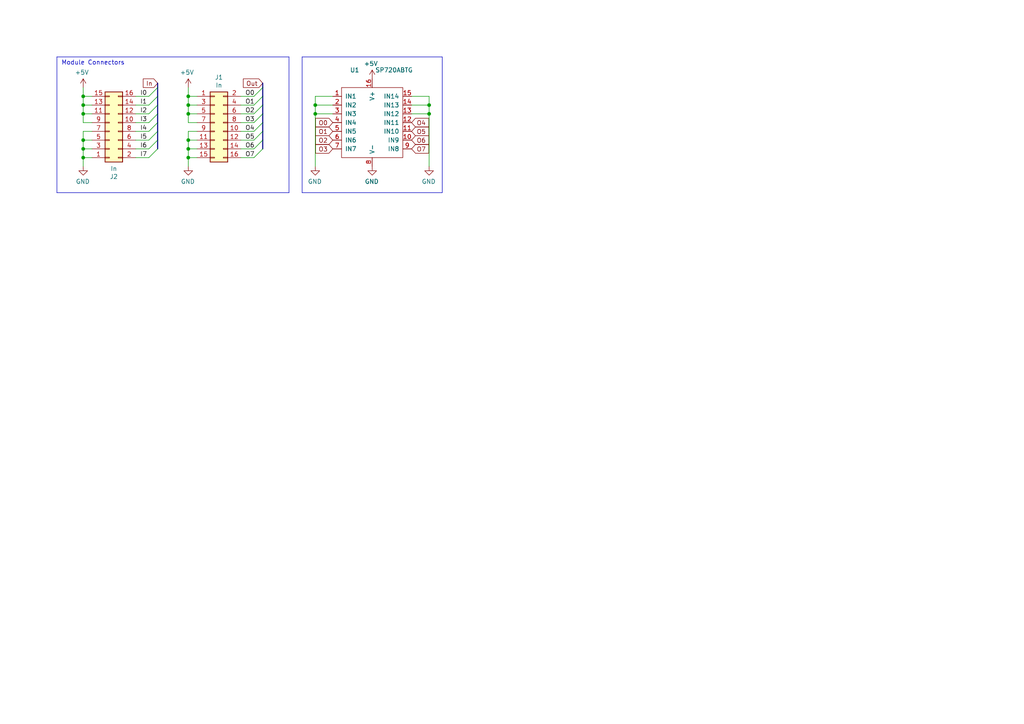
<source format=kicad_sch>
(kicad_sch (version 20230121) (generator eeschema)
  (paper "A4")
  (title_block (title "KTANE Physical Edition - Empty Module") (date "2021-04-17") (rev "1") (company "Designed by Melair") (comment 1 "Blank module"))
  (lib_symbols
    (symbol "Connector_Generic:Conn_02x08_Odd_Even" (pin_names (offset 1.016) hide)
      (property "Reference" "J" (at 1.27 10.16 0))
      (property "Value" "Conn_02x08_Odd_Even" (at 1.27 -12.7 0))
      (symbol "Conn_02x08_Odd_Even_1_1"
        (rectangle (start -1.27 -10.033) (end 0 -10.287) (stroke (width 0.1524)))
        (rectangle (start -1.27 -7.493) (end 0 -7.747) (stroke (width 0.1524)))
        (rectangle (start -1.27 -4.953) (end 0 -5.207) (stroke (width 0.1524)))
        (rectangle (start -1.27 -2.413) (end 0 -2.667) (stroke (width 0.1524)))
        (rectangle (start -1.27 0.127) (end 0 -0.127) (stroke (width 0.1524)))
        (rectangle (start -1.27 2.667) (end 0 2.413) (stroke (width 0.1524)))
        (rectangle (start -1.27 5.207) (end 0 4.953) (stroke (width 0.1524)))
        (rectangle (start -1.27 7.747) (end 0 7.493) (stroke (width 0.1524)))
        (rectangle (start -1.27 8.89) (end 3.81 -11.43) (stroke (width 0.254)) (fill (type background)))
        (rectangle (start 3.81 -10.033) (end 2.54 -10.287) (stroke (width 0.1524)))
        (rectangle (start 3.81 -7.493) (end 2.54 -7.747) (stroke (width 0.1524)))
        (rectangle (start 3.81 -4.953) (end 2.54 -5.207) (stroke (width 0.1524)))
        (rectangle (start 3.81 -2.413) (end 2.54 -2.667) (stroke (width 0.1524)))
        (rectangle (start 3.81 0.127) (end 2.54 -0.127) (stroke (width 0.1524)))
        (rectangle (start 3.81 2.667) (end 2.54 2.413) (stroke (width 0.1524)))
        (rectangle (start 3.81 5.207) (end 2.54 4.953) (stroke (width 0.1524)))
        (rectangle (start 3.81 7.747) (end 2.54 7.493) (stroke (width 0.1524)))
        (pin passive line (at -5.08 7.62 0) (length 3.81) (name "Pin_1") (number "1"))
        (pin passive line (at 7.62 -2.54 180) (length 3.81) (name "Pin_10") (number "10"))
        (pin passive line (at -5.08 -5.08 0) (length 3.81) (name "Pin_11") (number "11"))
        (pin passive line (at 7.62 -5.08 180) (length 3.81) (name "Pin_12") (number "12"))
        (pin passive line (at -5.08 -7.62 0) (length 3.81) (name "Pin_13") (number "13"))
        (pin passive line (at 7.62 -7.62 180) (length 3.81) (name "Pin_14") (number "14"))
        (pin passive line (at -5.08 -10.16 0) (length 3.81) (name "Pin_15") (number "15"))
        (pin passive line (at 7.62 -10.16 180) (length 3.81) (name "Pin_16") (number "16"))
        (pin passive line (at 7.62 7.62 180) (length 3.81) (name "Pin_2") (number "2"))
        (pin passive line (at -5.08 5.08 0) (length 3.81) (name "Pin_3") (number "3"))
        (pin passive line (at 7.62 5.08 180) (length 3.81) (name "Pin_4") (number "4"))
        (pin passive line (at -5.08 2.54 0) (length 3.81) (name "Pin_5") (number "5"))
        (pin passive line (at 7.62 2.54 180) (length 3.81) (name "Pin_6") (number "6"))
        (pin passive line (at -5.08 0 0) (length 3.81) (name "Pin_7") (number "7"))
        (pin passive line (at 7.62 0 180) (length 3.81) (name "Pin_8") (number "8"))
        (pin passive line (at -5.08 -2.54 0) (length 3.81) (name "Pin_9") (number "9"))
      )
    )
    (symbol "KTANE:SP720ABTG" (pin_names (offset 1.016))
      (property "Reference" "U" (at -7.62 11.43 0))
      (property "Value" "SP720ABTG" (at 7.62 11.43 0))
      (symbol "SP720ABTG_0_1"
        (rectangle (start -8.89 10.16) (end 8.89 -10.16))
      )
      (symbol "SP720ABTG_1_1"
        (pin input line (at -11.43 7.62 0) (length 2.54) (name "IN1") (number "1"))
        (pin input line (at 11.43 -5.08 180) (length 2.54) (name "IN9") (number "10"))
        (pin input line (at 11.43 -2.54 180) (length 2.54) (name "IN10") (number "11"))
        (pin input line (at 11.43 0 180) (length 2.54) (name "IN11") (number "12"))
        (pin input line (at 11.43 2.54 180) (length 2.54) (name "IN12") (number "13"))
        (pin input line (at 11.43 5.08 180) (length 2.54) (name "IN13") (number "14"))
        (pin input line (at 11.43 7.62 180) (length 2.54) (name "IN14") (number "15"))
        (pin power_in line (at 0 12.7 270) (length 2.54) (name "V+") (number "16"))
        (pin input line (at -11.43 5.08 0) (length 2.54) (name "IN2") (number "2"))
        (pin input line (at -11.43 2.54 0) (length 2.54) (name "IN3") (number "3"))
        (pin input line (at -11.43 0 0) (length 2.54) (name "IN4") (number "4"))
        (pin input line (at -11.43 -2.54 0) (length 2.54) (name "IN5") (number "5"))
        (pin input line (at -11.43 -5.08 0) (length 2.54) (name "IN6") (number "6"))
        (pin input line (at -11.43 -7.62 0) (length 2.54) (name "IN7") (number "7"))
        (pin power_in line (at 0 -12.7 90) (length 2.54) (name "V-") (number "8"))
        (pin input line (at 11.43 -7.62 180) (length 2.54) (name "IN8") (number "9"))
      )
    )
    (symbol "power:+5V" (power) (pin_names (offset 0))
      (property "Value" "+5V" (at 0 3.556 0))
      (symbol "+5V_0_1"
        (polyline (pts (xy -0.762 1.27) (xy 0 2.54)))
        (polyline (pts (xy 0 0) (xy 0 2.54)))
        (polyline (pts (xy 0 2.54) (xy 0.762 1.27)))
      )
      (symbol "+5V_1_1"
        (pin power_in line (at 0 0 90) (length 0) hide (name "+5V") (number "1"))
      )
    )
    (symbol "power:GND" (power) (pin_names (offset 0))
      (property "Value" "GND" (at 0 -3.81 0))
      (symbol "GND_0_1"
        (polyline (pts (xy 0 0) (xy 0 -1.27) (xy 1.27 -1.27) (xy 0 -2.54) (xy -1.27 -1.27) (xy 0 -1.27)))
      )
      (symbol "GND_1_1"
        (pin power_in line (at 0 0 270) (length 0) hide (name "GND") (number "1"))
      )
    )
  )
  (junction (at 91.44 30.48))
  (junction (at 54.61 33.02))
  (junction (at 24.13 33.02))
  (junction (at 91.44 33.02))
  (junction (at 24.13 45.72))
  (junction (at 54.61 40.64))
  (junction (at 24.13 43.18))
  (junction (at 54.61 27.94))
  (junction (at 54.61 45.72))
  (junction (at 124.46 30.48))
  (junction (at 124.46 33.02))
  (junction (at 54.61 30.48))
  (junction (at 24.13 27.94))
  (junction (at 24.13 30.48))
  (junction (at 54.61 43.18))
  (junction (at 24.13 40.64))
  (bus_entry (at 76.2 43.18) (size -2.54 2.54))
  (bus_entry (at 76.2 33.02) (size -2.54 2.54))
  (bus_entry (at 45.72 40.64) (size -2.54 2.54))
  (bus_entry (at 76.2 27.94) (size -2.54 2.54))
  (bus_entry (at 45.72 43.18) (size -2.54 2.54))
  (bus_entry (at 45.72 38.1) (size -2.54 2.54))
  (bus_entry (at 45.72 33.02) (size -2.54 2.54))
  (bus_entry (at 45.72 27.94) (size -2.54 2.54))
  (bus_entry (at 45.72 30.48) (size -2.54 2.54))
  (bus_entry (at 76.2 35.56) (size -2.54 2.54))
  (bus_entry (at 76.2 40.64) (size -2.54 2.54))
  (bus_entry (at 76.2 30.48) (size -2.54 2.54))
  (bus_entry (at 76.2 38.1) (size -2.54 2.54))
  (bus_entry (at 76.2 25.4) (size -2.54 2.54))
  (bus_entry (at 45.72 35.56) (size -2.54 2.54))
  (bus_entry (at 45.72 25.4) (size -2.54 2.54))
  (wire (pts (xy 26.67 43.18) (xy 24.13 43.18)))
  (bus (pts (xy 45.72 38.1) (xy 45.72 40.64)))
  (bus (pts (xy 76.2 24.13) (xy 76.2 25.4)))
  (wire (pts (xy 24.13 33.02) (xy 24.13 30.48)))
  (bus (pts (xy 76.2 25.4) (xy 76.2 27.94)))
  (wire (pts (xy 73.66 27.94) (xy 69.85 27.94)))
  (wire (pts (xy 54.61 35.56) (xy 54.61 33.02)))
  (wire (pts (xy 57.15 35.56) (xy 54.61 35.56)))
  (wire (pts (xy 57.15 33.02) (xy 54.61 33.02)))
  (wire (pts (xy 24.13 40.64) (xy 24.13 43.18)))
  (wire (pts (xy 73.66 38.1) (xy 69.85 38.1)))
  (polyline (pts (xy 87.63 55.88) (xy 128.27 55.88)))
  (bus (pts (xy 45.72 24.13) (xy 45.72 25.4)))
  (bus (pts (xy 76.2 40.64) (xy 76.2 43.18)))
  (bus (pts (xy 45.72 33.02) (xy 45.72 35.56)))
  (wire (pts (xy 54.61 45.72) (xy 54.61 48.26)))
  (wire (pts (xy 26.67 30.48) (xy 24.13 30.48)))
  (wire (pts (xy 57.15 40.64) (xy 54.61 40.64)))
  (bus (pts (xy 76.2 30.48) (xy 76.2 33.02)))
  (bus (pts (xy 76.2 35.56) (xy 76.2 38.1)))
  (wire (pts (xy 43.18 45.72) (xy 39.37 45.72)))
  (polyline (pts (xy 16.51 16.51) (xy 83.82 16.51)))
  (wire (pts (xy 124.46 27.94) (xy 124.46 30.48)))
  (wire (pts (xy 39.37 40.64) (xy 43.18 40.64)))
  (wire (pts (xy 54.61 40.64) (xy 54.61 43.18)))
  (wire (pts (xy 73.66 43.18) (xy 69.85 43.18)))
  (bus (pts (xy 76.2 27.94) (xy 76.2 30.48)))
  (bus (pts (xy 45.72 30.48) (xy 45.72 33.02)))
  (wire (pts (xy 43.18 33.02) (xy 39.37 33.02)))
  (wire (pts (xy 119.38 27.94) (xy 124.46 27.94)))
  (bus (pts (xy 45.72 40.64) (xy 45.72 43.18)))
  (wire (pts (xy 26.67 33.02) (xy 24.13 33.02)))
  (wire (pts (xy 24.13 27.94) (xy 24.13 25.4)))
  (wire (pts (xy 91.44 30.48) (xy 91.44 33.02)))
  (wire (pts (xy 57.15 45.72) (xy 54.61 45.72)))
  (wire (pts (xy 26.67 45.72) (xy 24.13 45.72)))
  (polyline (pts (xy 128.27 55.88) (xy 128.27 16.51)))
  (wire (pts (xy 96.52 30.48) (xy 91.44 30.48)))
  (wire (pts (xy 24.13 35.56) (xy 24.13 33.02)))
  (wire (pts (xy 43.18 38.1) (xy 39.37 38.1)))
  (wire (pts (xy 124.46 33.02) (xy 124.46 48.26)))
  (wire (pts (xy 26.67 27.94) (xy 24.13 27.94)))
  (wire (pts (xy 24.13 43.18) (xy 24.13 45.72)))
  (wire (pts (xy 26.67 35.56) (xy 24.13 35.56)))
  (wire (pts (xy 69.85 35.56) (xy 73.66 35.56)))
  (bus (pts (xy 45.72 27.94) (xy 45.72 30.48)))
  (wire (pts (xy 39.37 35.56) (xy 43.18 35.56)))
  (wire (pts (xy 119.38 33.02) (xy 124.46 33.02)))
  (polyline (pts (xy 87.63 16.51) (xy 87.63 55.88)))
  (wire (pts (xy 91.44 33.02) (xy 96.52 33.02)))
  (wire (pts (xy 54.61 27.94) (xy 54.61 25.4)))
  (bus (pts (xy 76.2 38.1) (xy 76.2 40.64)))
  (bus (pts (xy 45.72 35.56) (xy 45.72 38.1)))
  (polyline (pts (xy 83.82 55.88) (xy 16.51 55.88)))
  (wire (pts (xy 124.46 30.48) (xy 124.46 33.02)))
  (wire (pts (xy 69.85 40.64) (xy 73.66 40.64)))
  (wire (pts (xy 57.15 27.94) (xy 54.61 27.94)))
  (wire (pts (xy 26.67 40.64) (xy 24.13 40.64)))
  (wire (pts (xy 119.38 30.48) (xy 124.46 30.48)))
  (wire (pts (xy 54.61 43.18) (xy 54.61 45.72)))
  (wire (pts (xy 73.66 33.02) (xy 69.85 33.02)))
  (wire (pts (xy 54.61 33.02) (xy 54.61 30.48)))
  (polyline (pts (xy 16.51 55.88) (xy 16.51 16.51)))
  (wire (pts (xy 73.66 45.72) (xy 69.85 45.72)))
  (wire (pts (xy 69.85 30.48) (xy 73.66 30.48)))
  (wire (pts (xy 43.18 43.18) (xy 39.37 43.18)))
  (bus (pts (xy 45.72 25.4) (xy 45.72 27.94)))
  (polyline (pts (xy 128.27 16.51) (xy 87.63 16.51)))
  (wire (pts (xy 39.37 30.48) (xy 43.18 30.48)))
  (wire (pts (xy 24.13 38.1) (xy 24.13 40.64)))
  (wire (pts (xy 54.61 30.48) (xy 54.61 27.94)))
  (wire (pts (xy 54.61 38.1) (xy 54.61 40.64)))
  (wire (pts (xy 24.13 45.72) (xy 24.13 48.26)))
  (wire (pts (xy 26.67 38.1) (xy 24.13 38.1)))
  (wire (pts (xy 91.44 33.02) (xy 91.44 48.26)))
  (wire (pts (xy 57.15 43.18) (xy 54.61 43.18)))
  (wire (pts (xy 91.44 27.94) (xy 91.44 30.48)))
  (wire (pts (xy 43.18 27.94) (xy 39.37 27.94)))
  (polyline (pts (xy 83.82 16.51) (xy 83.82 55.88)))
  (wire (pts (xy 57.15 38.1) (xy 54.61 38.1)))
  (wire (pts (xy 57.15 30.48) (xy 54.61 30.48)))
  (wire (pts (xy 96.52 27.94) (xy 91.44 27.94)))
  (bus (pts (xy 76.2 33.02) (xy 76.2 35.56)))
  (wire (pts (xy 24.13 30.48) (xy 24.13 27.94)))
  (text "Module Connectors" (at 17.78 19.05 0) (effects (font (size 1.27 1.27)) (justify left bottom)))
  (label "O6" (at 71.12 43.18 0))
  (label "I6" (at 40.64 43.18 0))
  (label "I2" (at 40.64 33.02 0))
  (label "O7" (at 71.12 45.72 0))
  (label "O1" (at 71.12 30.48 0))
  (label "O5" (at 71.12 40.64 0))
  (label "I0" (at 40.64 27.94 0))
  (label "O2" (at 71.12 33.02 0))
  (label "I1" (at 40.64 30.48 0))
  (label "O0" (at 71.12 27.94 0))
  (label "I5" (at 40.64 40.64 0))
  (label "O3" (at 71.12 35.56 0))
  (label "I4" (at 40.64 38.1 0))
  (label "I7" (at 40.64 45.72 0))
  (label "O4" (at 71.12 38.1 0))
  (label "I3" (at 40.64 35.56 0))
  (global_label "Out" (shape input) (at 76.2 24.13 180) (property "Intersheetrefs" "${INTERSHEET_REFS}" (effects hide)))
  (global_label "O7" (shape input) (at 119.38 43.18 0) (property "Intersheetrefs" "${INTERSHEET_REFS}" (effects hide)))
  (global_label "O2" (shape input) (at 96.52 40.64 180) (property "Intersheetrefs" "${INTERSHEET_REFS}" (effects hide)))
  (global_label "O1" (shape input) (at 96.52 38.1 180) (property "Intersheetrefs" "${INTERSHEET_REFS}" (effects hide)))
  (global_label "In" (shape input) (at 45.72 24.13 180) (property "Intersheetrefs" "${INTERSHEET_REFS}" (effects hide)))
  (global_label "O3" (shape input) (at 96.52 43.18 180) (property "Intersheetrefs" "${INTERSHEET_REFS}" (effects hide)))
  (global_label "O5" (shape input) (at 119.38 38.1 0) (property "Intersheetrefs" "${INTERSHEET_REFS}" (effects hide)))
  (global_label "O0" (shape input) (at 96.52 35.56 180) (property "Intersheetrefs" "${INTERSHEET_REFS}" (effects hide)))
  (global_label "O4" (shape input) (at 119.38 35.56 0) (property "Intersheetrefs" "${INTERSHEET_REFS}" (effects hide)))
  (global_label "O6" (shape input) (at 119.38 40.64 0) (property "Intersheetrefs" "${INTERSHEET_REFS}" (effects hide)))
  (symbol (lib_id "Connector_Generic:Conn_02x08_Odd_Even") (at 31.75 38.1 0) (mirror x) (unit 1)
    (property "Reference" "J2" (at 33.02 51.2318 0))
    (property "Value" "In" (at 33.02 48.9204 0))
    (property "Footprint" "Custom:PinHeader_2x08_P2.54mm_Vertical-Centered" (effects hide))
  )
  (symbol (lib_id "power:GND") (at 91.44 48.26 0) (mirror y) (unit 1)
    (property "Reference" "#PWR0101" (effects hide))
    (property "Value" "GND" (at 91.313 52.6542 0))
  )
  (symbol (lib_id "power:GND") (at 54.61 48.26 0) (mirror y) (unit 1)
    (property "Reference" "#PWR05" (effects hide))
    (property "Value" "GND" (at 54.483 52.6542 0))
  )
  (symbol (lib_id "power:+5V") (at 54.61 25.4 0) (mirror y) (unit 1)
    (property "Reference" "#PWR03" (effects hide))
    (property "Value" "+5V" (at 54.229 21.0058 0))
  )
  (symbol (lib_id "Connector_Generic:Conn_02x08_Odd_Even") (at 62.23 35.56 0) (unit 1)
    (property "Reference" "J1" (at 63.5 22.4282 0))
    (property "Value" "In" (at 63.5 24.7396 0))
    (property "Footprint" "Custom:PinHeader_2x08_P2.54mm_Vertical-Centered" (effects hide))
  )
  (symbol (lib_id "KTANE:SP720ABTG") (at 107.95 35.56 0) (unit 1)
    (property "Reference" "U1" (at 102.87 20.32 0))
    (property "Value" "SP720ABTG" (at 114.3 20.32 0))
    (property "Footprint" "Package_SO:SOIC-16_3.9x9.9mm_P1.27mm" (effects hide))
  )
  (symbol (lib_id "power:+5V") (at 107.95 22.86 0) (mirror y) (unit 1)
    (property "Reference" "#PWR01" (effects hide))
    (property "Value" "+5V" (at 107.569 18.4658 0))
  )
  (symbol (lib_id "power:GND") (at 107.95 48.26 0) (mirror y) (unit 1)
    (property "Reference" "#PWR06" (effects hide))
    (property "Value" "GND" (at 107.823 52.6542 0))
  )
  (symbol (lib_id "power:GND") (at 24.13 48.26 0) (mirror y) (unit 1)
    (property "Reference" "#PWR04" (effects hide))
    (property "Value" "GND" (at 24.003 52.6542 0))
  )
  (symbol (lib_id "power:GND") (at 124.46 48.26 0) (mirror y) (unit 1)
    (property "Reference" "#PWR07" (effects hide))
    (property "Value" "GND" (at 124.333 52.6542 0))
  )
  (symbol (lib_id "power:+5V") (at 24.13 25.4 0) (mirror y) (unit 1)
    (property "Reference" "#PWR02" (effects hide))
    (property "Value" "+5V" (at 23.749 21.0058 0))
  )
)
</source>
